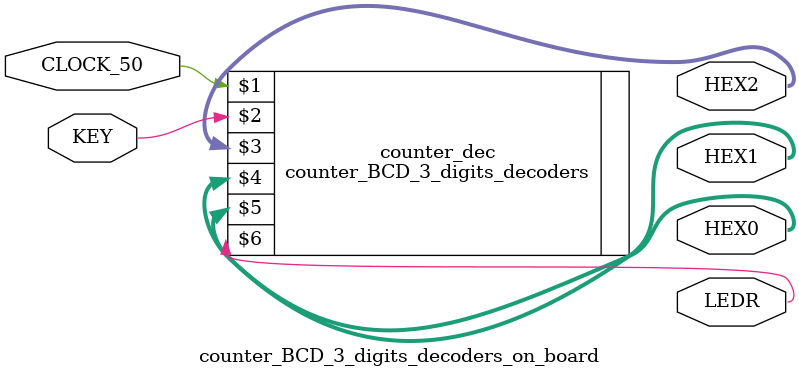
<source format=v>
module counter_BCD_3_digits_decoders_on_board(input CLOCK_50,
															 input [0:0] KEY, 
															 output [0:6] HEX2, HEX1, HEX0,
														    output [0:0] LEDR);
															 
	counter_BCD_3_digits_decoders counter_dec(CLOCK_50, KEY[0], HEX2[0:6], HEX1[0:6], HEX0[0:6], LEDR[0]);
	
endmodule

</source>
